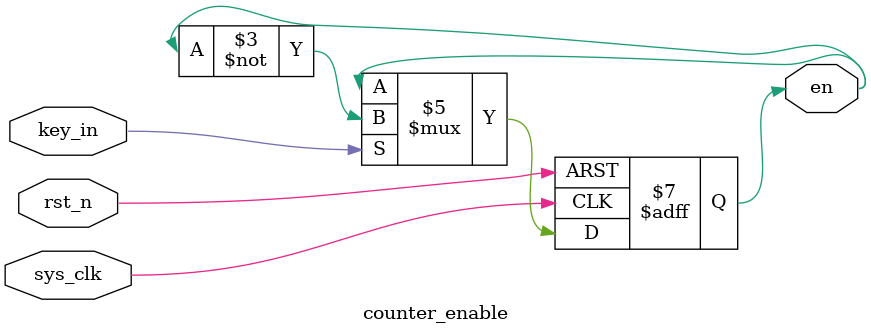
<source format=v>
`timescale 1ns / 1ps


module counter_enable(
    input sys_clk,
    input rst_n,
    input key_in,
    output reg en
    );
    always @(posedge sys_clk or negedge rst_n) begin
        if (!rst_n)
            en <= 0;

        else if (key_in)
            en <= ~en;

        else
            en <= en;
    end
endmodule

</source>
